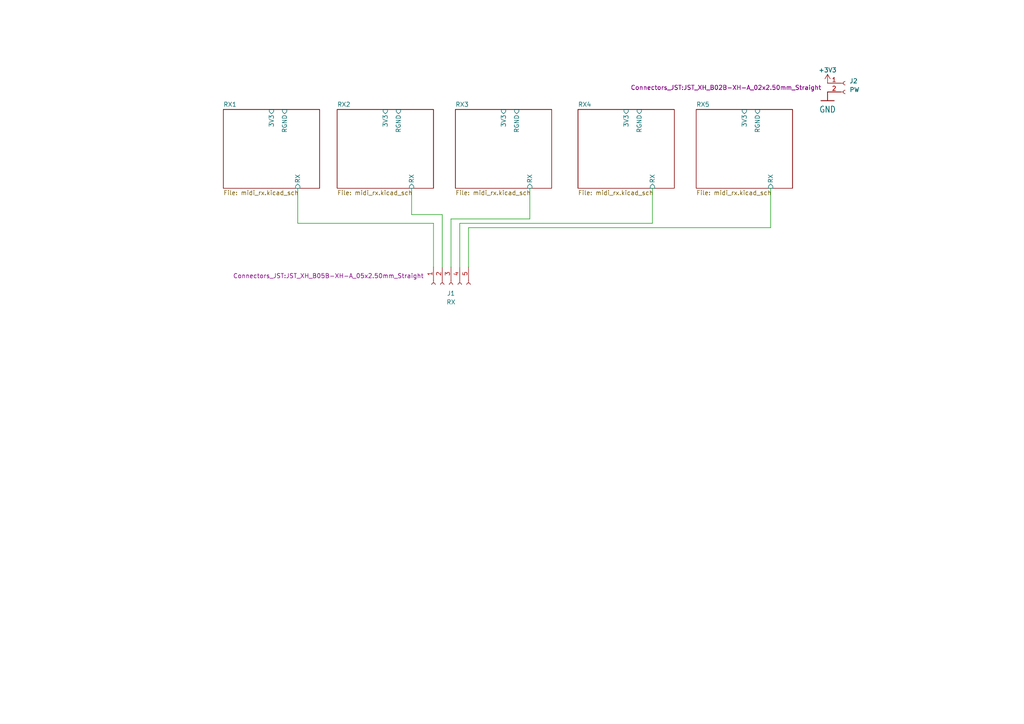
<source format=kicad_sch>
(kicad_sch (version 20230121) (generator eeschema)
  (paper "A4")
  (lib_symbols
    (symbol "Adafruit MIDI FeatherWing-eagle-import:GND" (power)
      (property "Value" "GND" (at -2.54 -2.54 0))
      (symbol "GND_1_0"
        (polyline (pts (xy -1.905 0) (xy 1.905 0)) (stroke (width 0.254)))
        (pin power_in line (at 0 2.54 270) (length 2.54) (name "GND") (number "1"))
      )
    )
    (symbol "Connector:Conn_01x02_Socket" (pin_names (offset 1.016) hide)
      (property "Reference" "J" (at 0 2.54 0))
      (property "Value" "Conn_01x02_Socket" (at 0 -5.08 0))
      (symbol "Conn_01x02_Socket_1_1"
        (arc (start 0 -2.032) (mid -0.5058 -2.54) (end 0 -3.048) (stroke (width 0.1524)))
        (polyline (pts (xy -1.27 -2.54) (xy -0.508 -2.54)) (stroke (width 0.1524)))
        (polyline (pts (xy -1.27 0) (xy -0.508 0)) (stroke (width 0.1524)))
        (arc (start 0 0.508) (mid -0.5058 0) (end 0 -0.508) (stroke (width 0.1524)))
        (pin passive line (at -5.08 0 0) (length 3.81) (name "Pin_1") (number "1"))
        (pin passive line (at -5.08 -2.54 0) (length 3.81) (name "Pin_2") (number "2"))
      )
    )
    (symbol "Connector:Conn_01x05_Socket" (pin_names (offset 1.016) hide)
      (property "Reference" "J" (at 0 7.62 0))
      (property "Value" "Conn_01x05_Socket" (at 0 -7.62 0))
      (symbol "Conn_01x05_Socket_1_1"
        (arc (start 0 -4.572) (mid -0.5058 -5.08) (end 0 -5.588) (stroke (width 0.1524)))
        (arc (start 0 -2.032) (mid -0.5058 -2.54) (end 0 -3.048) (stroke (width 0.1524)))
        (polyline (pts (xy -1.27 -5.08) (xy -0.508 -5.08)) (stroke (width 0.1524)))
        (polyline (pts (xy -1.27 -2.54) (xy -0.508 -2.54)) (stroke (width 0.1524)))
        (polyline (pts (xy -1.27 0) (xy -0.508 0)) (stroke (width 0.1524)))
        (polyline (pts (xy -1.27 2.54) (xy -0.508 2.54)) (stroke (width 0.1524)))
        (polyline (pts (xy -1.27 5.08) (xy -0.508 5.08)) (stroke (width 0.1524)))
        (arc (start 0 0.508) (mid -0.5058 0) (end 0 -0.508) (stroke (width 0.1524)))
        (arc (start 0 3.048) (mid -0.5058 2.54) (end 0 2.032) (stroke (width 0.1524)))
        (arc (start 0 5.588) (mid -0.5058 5.08) (end 0 4.572) (stroke (width 0.1524)))
        (pin passive line (at -5.08 5.08 0) (length 3.81) (name "Pin_1") (number "1"))
        (pin passive line (at -5.08 2.54 0) (length 3.81) (name "Pin_2") (number "2"))
        (pin passive line (at -5.08 0 0) (length 3.81) (name "Pin_3") (number "3"))
        (pin passive line (at -5.08 -2.54 0) (length 3.81) (name "Pin_4") (number "4"))
        (pin passive line (at -5.08 -5.08 0) (length 3.81) (name "Pin_5") (number "5"))
      )
    )
    (symbol "power:+3V3" (power) (pin_names (offset 0))
      (property "Value" "+3V3" (at 0 3.556 0))
      (symbol "+3V3_0_1"
        (polyline (pts (xy -0.762 1.27) (xy 0 2.54)))
        (polyline (pts (xy 0 0) (xy 0 2.54)))
        (polyline (pts (xy 0 2.54) (xy 0.762 1.27)))
      )
      (symbol "+3V3_1_1"
        (pin power_in line (at 0 0 90) (length 0) hide (name "+3V3") (number "1"))
      )
    )
  )
  (wire (pts (xy 119.38 62.23) (xy 128.27 62.23)))
  (wire (pts (xy 223.52 66.04) (xy 135.89 66.04)))
  (wire (pts (xy 119.38 54.61) (xy 119.38 62.23)))
  (wire (pts (xy 223.52 54.61) (xy 223.52 66.04)))
  (wire (pts (xy 133.35 64.77) (xy 133.35 77.47)))
  (wire (pts (xy 189.23 54.61) (xy 189.23 64.77)))
  (wire (pts (xy 86.36 64.77) (xy 125.73 64.77)))
  (wire (pts (xy 189.23 64.77) (xy 133.35 64.77)))
  (wire (pts (xy 128.27 62.23) (xy 128.27 77.47)))
  (wire (pts (xy 130.81 63.5) (xy 130.81 77.47)))
  (wire (pts (xy 153.67 63.5) (xy 130.81 63.5)))
  (wire (pts (xy 153.67 54.61) (xy 153.67 63.5)))
  (wire (pts (xy 86.36 54.61) (xy 86.36 64.77)))
  (wire (pts (xy 135.89 66.04) (xy 135.89 77.47)))
  (wire (pts (xy 125.73 64.77) (xy 125.73 77.47)))
  (symbol (lib_id "Adafruit MIDI FeatherWing-eagle-import:GND") (at 240.03 29.21 0) (unit 1)
    (property "Reference" "#GND01" (effects hide))
    (property "Value" "GND" (at 240.03 31.75 0) (effects (font (size 1.778 1.5113))))
    (property "Footprint" "Adafruit MIDI FeatherWing:" (effects hide))
  )
  (symbol (lib_id "power:+3V3") (at 240.03 24.13 0) (unit 1)
    (property "Reference" "#PWR01" (effects hide))
    (property "Value" "+3V3" (at 240.03 20.32 0))
  )
  (symbol (lib_id "Connector:Conn_01x02_Socket") (at 245.11 24.13 0) (unit 1)
    (property "Reference" "J2" (at 246.38 23.495 0) (effects (justify left)))
    (property "Value" "PW" (at 246.38 26.035 0) (effects (justify left)))
    (property "Footprint" "Connectors_JST:JST_XH_B02B-XH-A_02x2.50mm_Straight" (at 182.88 25.4 0) (effects (justify left)))
  )
  (symbol (lib_id "Connector:Conn_01x05_Socket") (at 130.81 82.55 90) (mirror x) (unit 1)
    (property "Reference" "J1" (at 130.81 85.09 90))
    (property "Value" "RX" (at 130.81 87.63 90))
    (property "Footprint" "Connectors_JST:JST_XH_B05B-XH-A_05x2.50mm_Straight" (at 95.25 80.01 90))
  )
  (sheet (at 97.79 31.75) (size 27.94 22.86) (stroke (width 0.1524))
    (property "Sheetname" "RX2" (at 97.79 31.0384 0) (effects (justify left bottom)))
    (property "Sheetfile" "midi_rx.kicad_sch" (at 97.79 55.1946 0) (effects (justify left top)))
    (pin "3V3" input (at 111.76 31.75 90))
    (pin "RX" input (at 119.38 54.61 270))
    (pin "RGND" input (at 115.57 31.75 90))
  )
  (sheet (at 201.93 31.75) (size 27.94 22.86) (stroke (width 0.1524))
    (property "Sheetname" "RX5" (at 201.93 31.0384 0) (effects (justify left bottom)))
    (property "Sheetfile" "midi_rx.kicad_sch" (at 201.93 55.1946 0) (effects (justify left top)))
    (pin "3V3" input (at 215.9 31.75 90))
    (pin "RX" input (at 223.52 54.61 270))
    (pin "RGND" input (at 219.71 31.75 90))
  )
  (sheet (at 167.64 31.75) (size 27.94 22.86) (stroke (width 0.1524))
    (property "Sheetname" "RX4" (at 167.64 31.0384 0) (effects (justify left bottom)))
    (property "Sheetfile" "midi_rx.kicad_sch" (at 167.64 55.1946 0) (effects (justify left top)))
    (pin "3V3" input (at 181.61 31.75 90))
    (pin "RX" input (at 189.23 54.61 270))
    (pin "RGND" input (at 185.42 31.75 90))
  )
  (sheet (at 64.77 31.75) (size 27.94 22.86) (stroke (width 0.1524))
    (property "Sheetname" "RX1" (at 64.77 31.0384 0) (effects (justify left bottom)))
    (property "Sheetfile" "midi_rx.kicad_sch" (at 64.77 55.1946 0) (effects (justify left top)))
    (pin "3V3" input (at 78.74 31.75 90))
    (pin "RX" input (at 86.36 54.61 270))
    (pin "RGND" input (at 82.55 31.75 90))
  )
  (sheet (at 132.08 31.75) (size 27.94 22.86) (stroke (width 0.1524))
    (property "Sheetname" "RX3" (at 132.08 31.0384 0) (effects (justify left bottom)))
    (property "Sheetfile" "midi_rx.kicad_sch" (at 132.08 55.1946 0) (effects (justify left top)))
    (pin "3V3" input (at 146.05 31.75 90))
    (pin "RX" input (at 153.67 54.61 270))
    (pin "RGND" input (at 149.86 31.75 90))
  )
)
</source>
